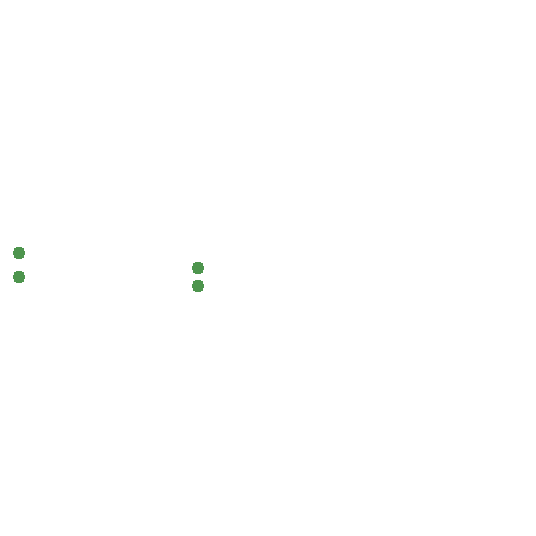
<source format=gbs>
G04*
G04 #@! TF.GenerationSoftware,Altium Limited,Altium Designer,23.7.1 (13)*
G04*
G04 Layer_Color=16711935*
%FSLAX25Y25*%
%MOIN*%
G70*
G04*
G04 #@! TF.SameCoordinates,EF7137CB-2ACC-42BF-A9FD-E08E9475024B*
G04*
G04*
G04 #@! TF.FilePolarity,Negative*
G04*
G01*
G75*
%ADD23C,0.00299*%
%ADD24C,0.04299*%
D23*
X40453Y187441D02*
D03*
X210453Y17441D02*
D03*
Y187441D02*
D03*
X40453Y17441D02*
D03*
D24*
X42453Y107500D02*
D03*
X102053Y102500D02*
D03*
X42453Y99500D02*
D03*
X102053Y96500D02*
D03*
M02*

</source>
